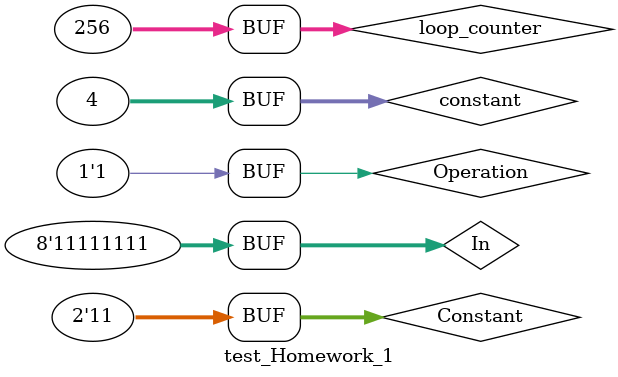
<source format=sv>
`timescale 1ns/1ps 		// time unit / compiler time precision

module test_Homework_1 ();

	// Set up variables 
	logic [7:0] In;

	// Wires to retrieve information 
	logic [7:0] Out;
	logic [1:0] Constant;
	logic Operation;

	// module under test 
	Homework_1 H_1 (
		.MyInput(In),
		.MyConstantSelect(Constant),
		.MyOperation(Operation),
		.MyOutput(Out));

	integer loop_counter; 
	integer constant;

	initial 
	begin
		$display("Testing addition");
		Operation = 0;
		
		// looping over all possible 8 bits inputs 
		for(loop_counter=0; loop_counter<256; loop_counter = loop_counter + 1)
		begin 
			In = loop_counter;
			
			// looping over the 4 possible constants
			for (constant=0; constant<4; constant = constant + 1)
			begin 
				Constant = constant;
				#5;
			end
		end 	
			
		$display("Testing Subtraction");
		Operation = 1;
		
		// looping over all possible 8 bits inputs 
		for(loop_counter=0; loop_counter<256; loop_counter = loop_counter + 1)
		begin 
			In = loop_counter;
			
			// looping over the 4 possible constants
			for (constant=0; constant<4; constant = constant + 1)
			begin 
				Constant = constant;
				#5;
			end 
		end
		
	end
endmodule 


</source>
